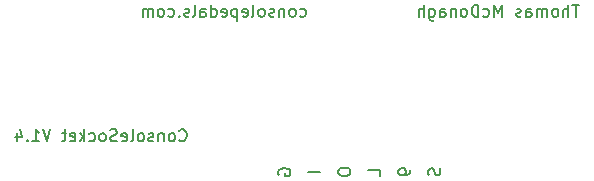
<source format=gbr>
G04 #@! TF.GenerationSoftware,KiCad,Pcbnew,(5.1.7)-1*
G04 #@! TF.CreationDate,2022-04-04T18:36:46-05:00*
G04 #@! TF.ProjectId,ConsoleSocket,436f6e73-6f6c-4655-936f-636b65742e6b,rev?*
G04 #@! TF.SameCoordinates,Original*
G04 #@! TF.FileFunction,Legend,Bot*
G04 #@! TF.FilePolarity,Positive*
%FSLAX46Y46*%
G04 Gerber Fmt 4.6, Leading zero omitted, Abs format (unit mm)*
G04 Created by KiCad (PCBNEW (5.1.7)-1) date 2022-04-04 18:36:46*
%MOMM*%
%LPD*%
G01*
G04 APERTURE LIST*
%ADD10C,0.150000*%
G04 APERTURE END LIST*
D10*
X143984761Y-47339285D02*
X144032380Y-47482142D01*
X144032380Y-47720238D01*
X143984761Y-47815476D01*
X143937142Y-47863095D01*
X143841904Y-47910714D01*
X143746666Y-47910714D01*
X143651428Y-47863095D01*
X143603809Y-47815476D01*
X143556190Y-47720238D01*
X143508571Y-47529761D01*
X143460952Y-47434523D01*
X143413333Y-47386904D01*
X143318095Y-47339285D01*
X143222857Y-47339285D01*
X143127619Y-47386904D01*
X143080000Y-47434523D01*
X143032380Y-47529761D01*
X143032380Y-47767857D01*
X143080000Y-47910714D01*
X138952380Y-47934523D02*
X138952380Y-47458333D01*
X137952380Y-47458333D01*
X141492380Y-47434523D02*
X141492380Y-47625000D01*
X141444761Y-47720238D01*
X141397142Y-47767857D01*
X141254285Y-47863095D01*
X141063809Y-47910714D01*
X140682857Y-47910714D01*
X140587619Y-47863095D01*
X140540000Y-47815476D01*
X140492380Y-47720238D01*
X140492380Y-47529761D01*
X140540000Y-47434523D01*
X140587619Y-47386904D01*
X140682857Y-47339285D01*
X140920952Y-47339285D01*
X141016190Y-47386904D01*
X141063809Y-47434523D01*
X141111428Y-47529761D01*
X141111428Y-47720238D01*
X141063809Y-47815476D01*
X141016190Y-47863095D01*
X140920952Y-47910714D01*
X135412380Y-47529761D02*
X135412380Y-47720238D01*
X135460000Y-47815476D01*
X135555238Y-47910714D01*
X135745714Y-47958333D01*
X136079047Y-47958333D01*
X136269523Y-47910714D01*
X136364761Y-47815476D01*
X136412380Y-47720238D01*
X136412380Y-47529761D01*
X136364761Y-47434523D01*
X136269523Y-47339285D01*
X136079047Y-47291666D01*
X135745714Y-47291666D01*
X135555238Y-47339285D01*
X135460000Y-47434523D01*
X135412380Y-47529761D01*
X133872380Y-47625000D02*
X132872380Y-47625000D01*
X130380000Y-47886904D02*
X130332380Y-47791666D01*
X130332380Y-47648809D01*
X130380000Y-47505952D01*
X130475238Y-47410714D01*
X130570476Y-47363095D01*
X130760952Y-47315476D01*
X130903809Y-47315476D01*
X131094285Y-47363095D01*
X131189523Y-47410714D01*
X131284761Y-47505952D01*
X131332380Y-47648809D01*
X131332380Y-47744047D01*
X131284761Y-47886904D01*
X131237142Y-47934523D01*
X130903809Y-47934523D01*
X130903809Y-47744047D01*
X155777619Y-33488380D02*
X155206190Y-33488380D01*
X155491904Y-34488380D02*
X155491904Y-33488380D01*
X154872857Y-34488380D02*
X154872857Y-33488380D01*
X154444285Y-34488380D02*
X154444285Y-33964571D01*
X154491904Y-33869333D01*
X154587142Y-33821714D01*
X154730000Y-33821714D01*
X154825238Y-33869333D01*
X154872857Y-33916952D01*
X153825238Y-34488380D02*
X153920476Y-34440761D01*
X153968095Y-34393142D01*
X154015714Y-34297904D01*
X154015714Y-34012190D01*
X153968095Y-33916952D01*
X153920476Y-33869333D01*
X153825238Y-33821714D01*
X153682380Y-33821714D01*
X153587142Y-33869333D01*
X153539523Y-33916952D01*
X153491904Y-34012190D01*
X153491904Y-34297904D01*
X153539523Y-34393142D01*
X153587142Y-34440761D01*
X153682380Y-34488380D01*
X153825238Y-34488380D01*
X153063333Y-34488380D02*
X153063333Y-33821714D01*
X153063333Y-33916952D02*
X153015714Y-33869333D01*
X152920476Y-33821714D01*
X152777619Y-33821714D01*
X152682380Y-33869333D01*
X152634761Y-33964571D01*
X152634761Y-34488380D01*
X152634761Y-33964571D02*
X152587142Y-33869333D01*
X152491904Y-33821714D01*
X152349047Y-33821714D01*
X152253809Y-33869333D01*
X152206190Y-33964571D01*
X152206190Y-34488380D01*
X151301428Y-34488380D02*
X151301428Y-33964571D01*
X151349047Y-33869333D01*
X151444285Y-33821714D01*
X151634761Y-33821714D01*
X151730000Y-33869333D01*
X151301428Y-34440761D02*
X151396666Y-34488380D01*
X151634761Y-34488380D01*
X151730000Y-34440761D01*
X151777619Y-34345523D01*
X151777619Y-34250285D01*
X151730000Y-34155047D01*
X151634761Y-34107428D01*
X151396666Y-34107428D01*
X151301428Y-34059809D01*
X150872857Y-34440761D02*
X150777619Y-34488380D01*
X150587142Y-34488380D01*
X150491904Y-34440761D01*
X150444285Y-34345523D01*
X150444285Y-34297904D01*
X150491904Y-34202666D01*
X150587142Y-34155047D01*
X150730000Y-34155047D01*
X150825238Y-34107428D01*
X150872857Y-34012190D01*
X150872857Y-33964571D01*
X150825238Y-33869333D01*
X150730000Y-33821714D01*
X150587142Y-33821714D01*
X150491904Y-33869333D01*
X149253809Y-34488380D02*
X149253809Y-33488380D01*
X148920476Y-34202666D01*
X148587142Y-33488380D01*
X148587142Y-34488380D01*
X147682380Y-34440761D02*
X147777619Y-34488380D01*
X147968095Y-34488380D01*
X148063333Y-34440761D01*
X148110952Y-34393142D01*
X148158571Y-34297904D01*
X148158571Y-34012190D01*
X148110952Y-33916952D01*
X148063333Y-33869333D01*
X147968095Y-33821714D01*
X147777619Y-33821714D01*
X147682380Y-33869333D01*
X147253809Y-34488380D02*
X147253809Y-33488380D01*
X147015714Y-33488380D01*
X146872857Y-33536000D01*
X146777619Y-33631238D01*
X146730000Y-33726476D01*
X146682380Y-33916952D01*
X146682380Y-34059809D01*
X146730000Y-34250285D01*
X146777619Y-34345523D01*
X146872857Y-34440761D01*
X147015714Y-34488380D01*
X147253809Y-34488380D01*
X146110952Y-34488380D02*
X146206190Y-34440761D01*
X146253809Y-34393142D01*
X146301428Y-34297904D01*
X146301428Y-34012190D01*
X146253809Y-33916952D01*
X146206190Y-33869333D01*
X146110952Y-33821714D01*
X145968095Y-33821714D01*
X145872857Y-33869333D01*
X145825238Y-33916952D01*
X145777619Y-34012190D01*
X145777619Y-34297904D01*
X145825238Y-34393142D01*
X145872857Y-34440761D01*
X145968095Y-34488380D01*
X146110952Y-34488380D01*
X145349047Y-33821714D02*
X145349047Y-34488380D01*
X145349047Y-33916952D02*
X145301428Y-33869333D01*
X145206190Y-33821714D01*
X145063333Y-33821714D01*
X144968095Y-33869333D01*
X144920476Y-33964571D01*
X144920476Y-34488380D01*
X144015714Y-34488380D02*
X144015714Y-33964571D01*
X144063333Y-33869333D01*
X144158571Y-33821714D01*
X144349047Y-33821714D01*
X144444285Y-33869333D01*
X144015714Y-34440761D02*
X144110952Y-34488380D01*
X144349047Y-34488380D01*
X144444285Y-34440761D01*
X144491904Y-34345523D01*
X144491904Y-34250285D01*
X144444285Y-34155047D01*
X144349047Y-34107428D01*
X144110952Y-34107428D01*
X144015714Y-34059809D01*
X143110952Y-33821714D02*
X143110952Y-34631238D01*
X143158571Y-34726476D01*
X143206190Y-34774095D01*
X143301428Y-34821714D01*
X143444285Y-34821714D01*
X143539523Y-34774095D01*
X143110952Y-34440761D02*
X143206190Y-34488380D01*
X143396666Y-34488380D01*
X143491904Y-34440761D01*
X143539523Y-34393142D01*
X143587142Y-34297904D01*
X143587142Y-34012190D01*
X143539523Y-33916952D01*
X143491904Y-33869333D01*
X143396666Y-33821714D01*
X143206190Y-33821714D01*
X143110952Y-33869333D01*
X142634761Y-34488380D02*
X142634761Y-33488380D01*
X142206190Y-34488380D02*
X142206190Y-33964571D01*
X142253809Y-33869333D01*
X142349047Y-33821714D01*
X142491904Y-33821714D01*
X142587142Y-33869333D01*
X142634761Y-33916952D01*
X132158571Y-34440761D02*
X132253809Y-34488380D01*
X132444285Y-34488380D01*
X132539523Y-34440761D01*
X132587142Y-34393142D01*
X132634761Y-34297904D01*
X132634761Y-34012190D01*
X132587142Y-33916952D01*
X132539523Y-33869333D01*
X132444285Y-33821714D01*
X132253809Y-33821714D01*
X132158571Y-33869333D01*
X131587142Y-34488380D02*
X131682380Y-34440761D01*
X131730000Y-34393142D01*
X131777619Y-34297904D01*
X131777619Y-34012190D01*
X131730000Y-33916952D01*
X131682380Y-33869333D01*
X131587142Y-33821714D01*
X131444285Y-33821714D01*
X131349047Y-33869333D01*
X131301428Y-33916952D01*
X131253809Y-34012190D01*
X131253809Y-34297904D01*
X131301428Y-34393142D01*
X131349047Y-34440761D01*
X131444285Y-34488380D01*
X131587142Y-34488380D01*
X130825238Y-33821714D02*
X130825238Y-34488380D01*
X130825238Y-33916952D02*
X130777619Y-33869333D01*
X130682380Y-33821714D01*
X130539523Y-33821714D01*
X130444285Y-33869333D01*
X130396666Y-33964571D01*
X130396666Y-34488380D01*
X129968095Y-34440761D02*
X129872857Y-34488380D01*
X129682380Y-34488380D01*
X129587142Y-34440761D01*
X129539523Y-34345523D01*
X129539523Y-34297904D01*
X129587142Y-34202666D01*
X129682380Y-34155047D01*
X129825238Y-34155047D01*
X129920476Y-34107428D01*
X129968095Y-34012190D01*
X129968095Y-33964571D01*
X129920476Y-33869333D01*
X129825238Y-33821714D01*
X129682380Y-33821714D01*
X129587142Y-33869333D01*
X128968095Y-34488380D02*
X129063333Y-34440761D01*
X129110952Y-34393142D01*
X129158571Y-34297904D01*
X129158571Y-34012190D01*
X129110952Y-33916952D01*
X129063333Y-33869333D01*
X128968095Y-33821714D01*
X128825238Y-33821714D01*
X128730000Y-33869333D01*
X128682380Y-33916952D01*
X128634761Y-34012190D01*
X128634761Y-34297904D01*
X128682380Y-34393142D01*
X128730000Y-34440761D01*
X128825238Y-34488380D01*
X128968095Y-34488380D01*
X128063333Y-34488380D02*
X128158571Y-34440761D01*
X128206190Y-34345523D01*
X128206190Y-33488380D01*
X127301428Y-34440761D02*
X127396666Y-34488380D01*
X127587142Y-34488380D01*
X127682380Y-34440761D01*
X127730000Y-34345523D01*
X127730000Y-33964571D01*
X127682380Y-33869333D01*
X127587142Y-33821714D01*
X127396666Y-33821714D01*
X127301428Y-33869333D01*
X127253809Y-33964571D01*
X127253809Y-34059809D01*
X127730000Y-34155047D01*
X126825238Y-33821714D02*
X126825238Y-34821714D01*
X126825238Y-33869333D02*
X126730000Y-33821714D01*
X126539523Y-33821714D01*
X126444285Y-33869333D01*
X126396666Y-33916952D01*
X126349047Y-34012190D01*
X126349047Y-34297904D01*
X126396666Y-34393142D01*
X126444285Y-34440761D01*
X126539523Y-34488380D01*
X126730000Y-34488380D01*
X126825238Y-34440761D01*
X125539523Y-34440761D02*
X125634761Y-34488380D01*
X125825238Y-34488380D01*
X125920476Y-34440761D01*
X125968095Y-34345523D01*
X125968095Y-33964571D01*
X125920476Y-33869333D01*
X125825238Y-33821714D01*
X125634761Y-33821714D01*
X125539523Y-33869333D01*
X125491904Y-33964571D01*
X125491904Y-34059809D01*
X125968095Y-34155047D01*
X124634761Y-34488380D02*
X124634761Y-33488380D01*
X124634761Y-34440761D02*
X124730000Y-34488380D01*
X124920476Y-34488380D01*
X125015714Y-34440761D01*
X125063333Y-34393142D01*
X125110952Y-34297904D01*
X125110952Y-34012190D01*
X125063333Y-33916952D01*
X125015714Y-33869333D01*
X124920476Y-33821714D01*
X124730000Y-33821714D01*
X124634761Y-33869333D01*
X123730000Y-34488380D02*
X123730000Y-33964571D01*
X123777619Y-33869333D01*
X123872857Y-33821714D01*
X124063333Y-33821714D01*
X124158571Y-33869333D01*
X123730000Y-34440761D02*
X123825238Y-34488380D01*
X124063333Y-34488380D01*
X124158571Y-34440761D01*
X124206190Y-34345523D01*
X124206190Y-34250285D01*
X124158571Y-34155047D01*
X124063333Y-34107428D01*
X123825238Y-34107428D01*
X123730000Y-34059809D01*
X123110952Y-34488380D02*
X123206190Y-34440761D01*
X123253809Y-34345523D01*
X123253809Y-33488380D01*
X122777619Y-34440761D02*
X122682380Y-34488380D01*
X122491904Y-34488380D01*
X122396666Y-34440761D01*
X122349047Y-34345523D01*
X122349047Y-34297904D01*
X122396666Y-34202666D01*
X122491904Y-34155047D01*
X122634761Y-34155047D01*
X122730000Y-34107428D01*
X122777619Y-34012190D01*
X122777619Y-33964571D01*
X122730000Y-33869333D01*
X122634761Y-33821714D01*
X122491904Y-33821714D01*
X122396666Y-33869333D01*
X121920476Y-34393142D02*
X121872857Y-34440761D01*
X121920476Y-34488380D01*
X121968095Y-34440761D01*
X121920476Y-34393142D01*
X121920476Y-34488380D01*
X121015714Y-34440761D02*
X121110952Y-34488380D01*
X121301428Y-34488380D01*
X121396666Y-34440761D01*
X121444285Y-34393142D01*
X121491904Y-34297904D01*
X121491904Y-34012190D01*
X121444285Y-33916952D01*
X121396666Y-33869333D01*
X121301428Y-33821714D01*
X121110952Y-33821714D01*
X121015714Y-33869333D01*
X120444285Y-34488380D02*
X120539523Y-34440761D01*
X120587142Y-34393142D01*
X120634761Y-34297904D01*
X120634761Y-34012190D01*
X120587142Y-33916952D01*
X120539523Y-33869333D01*
X120444285Y-33821714D01*
X120301428Y-33821714D01*
X120206190Y-33869333D01*
X120158571Y-33916952D01*
X120110952Y-34012190D01*
X120110952Y-34297904D01*
X120158571Y-34393142D01*
X120206190Y-34440761D01*
X120301428Y-34488380D01*
X120444285Y-34488380D01*
X119682380Y-34488380D02*
X119682380Y-33821714D01*
X119682380Y-33916952D02*
X119634761Y-33869333D01*
X119539523Y-33821714D01*
X119396666Y-33821714D01*
X119301428Y-33869333D01*
X119253809Y-33964571D01*
X119253809Y-34488380D01*
X119253809Y-33964571D02*
X119206190Y-33869333D01*
X119110952Y-33821714D01*
X118968095Y-33821714D01*
X118872857Y-33869333D01*
X118825238Y-33964571D01*
X118825238Y-34488380D01*
X121935047Y-44934142D02*
X121982666Y-44981761D01*
X122125523Y-45029380D01*
X122220761Y-45029380D01*
X122363619Y-44981761D01*
X122458857Y-44886523D01*
X122506476Y-44791285D01*
X122554095Y-44600809D01*
X122554095Y-44457952D01*
X122506476Y-44267476D01*
X122458857Y-44172238D01*
X122363619Y-44077000D01*
X122220761Y-44029380D01*
X122125523Y-44029380D01*
X121982666Y-44077000D01*
X121935047Y-44124619D01*
X121363619Y-45029380D02*
X121458857Y-44981761D01*
X121506476Y-44934142D01*
X121554095Y-44838904D01*
X121554095Y-44553190D01*
X121506476Y-44457952D01*
X121458857Y-44410333D01*
X121363619Y-44362714D01*
X121220761Y-44362714D01*
X121125523Y-44410333D01*
X121077904Y-44457952D01*
X121030285Y-44553190D01*
X121030285Y-44838904D01*
X121077904Y-44934142D01*
X121125523Y-44981761D01*
X121220761Y-45029380D01*
X121363619Y-45029380D01*
X120601714Y-44362714D02*
X120601714Y-45029380D01*
X120601714Y-44457952D02*
X120554095Y-44410333D01*
X120458857Y-44362714D01*
X120316000Y-44362714D01*
X120220761Y-44410333D01*
X120173142Y-44505571D01*
X120173142Y-45029380D01*
X119744571Y-44981761D02*
X119649333Y-45029380D01*
X119458857Y-45029380D01*
X119363619Y-44981761D01*
X119316000Y-44886523D01*
X119316000Y-44838904D01*
X119363619Y-44743666D01*
X119458857Y-44696047D01*
X119601714Y-44696047D01*
X119696952Y-44648428D01*
X119744571Y-44553190D01*
X119744571Y-44505571D01*
X119696952Y-44410333D01*
X119601714Y-44362714D01*
X119458857Y-44362714D01*
X119363619Y-44410333D01*
X118744571Y-45029380D02*
X118839809Y-44981761D01*
X118887428Y-44934142D01*
X118935047Y-44838904D01*
X118935047Y-44553190D01*
X118887428Y-44457952D01*
X118839809Y-44410333D01*
X118744571Y-44362714D01*
X118601714Y-44362714D01*
X118506476Y-44410333D01*
X118458857Y-44457952D01*
X118411238Y-44553190D01*
X118411238Y-44838904D01*
X118458857Y-44934142D01*
X118506476Y-44981761D01*
X118601714Y-45029380D01*
X118744571Y-45029380D01*
X117839809Y-45029380D02*
X117935047Y-44981761D01*
X117982666Y-44886523D01*
X117982666Y-44029380D01*
X117077904Y-44981761D02*
X117173142Y-45029380D01*
X117363619Y-45029380D01*
X117458857Y-44981761D01*
X117506476Y-44886523D01*
X117506476Y-44505571D01*
X117458857Y-44410333D01*
X117363619Y-44362714D01*
X117173142Y-44362714D01*
X117077904Y-44410333D01*
X117030285Y-44505571D01*
X117030285Y-44600809D01*
X117506476Y-44696047D01*
X116649333Y-44981761D02*
X116506476Y-45029380D01*
X116268380Y-45029380D01*
X116173142Y-44981761D01*
X116125523Y-44934142D01*
X116077904Y-44838904D01*
X116077904Y-44743666D01*
X116125523Y-44648428D01*
X116173142Y-44600809D01*
X116268380Y-44553190D01*
X116458857Y-44505571D01*
X116554095Y-44457952D01*
X116601714Y-44410333D01*
X116649333Y-44315095D01*
X116649333Y-44219857D01*
X116601714Y-44124619D01*
X116554095Y-44077000D01*
X116458857Y-44029380D01*
X116220761Y-44029380D01*
X116077904Y-44077000D01*
X115506476Y-45029380D02*
X115601714Y-44981761D01*
X115649333Y-44934142D01*
X115696952Y-44838904D01*
X115696952Y-44553190D01*
X115649333Y-44457952D01*
X115601714Y-44410333D01*
X115506476Y-44362714D01*
X115363619Y-44362714D01*
X115268380Y-44410333D01*
X115220761Y-44457952D01*
X115173142Y-44553190D01*
X115173142Y-44838904D01*
X115220761Y-44934142D01*
X115268380Y-44981761D01*
X115363619Y-45029380D01*
X115506476Y-45029380D01*
X114316000Y-44981761D02*
X114411238Y-45029380D01*
X114601714Y-45029380D01*
X114696952Y-44981761D01*
X114744571Y-44934142D01*
X114792190Y-44838904D01*
X114792190Y-44553190D01*
X114744571Y-44457952D01*
X114696952Y-44410333D01*
X114601714Y-44362714D01*
X114411238Y-44362714D01*
X114316000Y-44410333D01*
X113887428Y-45029380D02*
X113887428Y-44029380D01*
X113792190Y-44648428D02*
X113506476Y-45029380D01*
X113506476Y-44362714D02*
X113887428Y-44743666D01*
X112696952Y-44981761D02*
X112792190Y-45029380D01*
X112982666Y-45029380D01*
X113077904Y-44981761D01*
X113125523Y-44886523D01*
X113125523Y-44505571D01*
X113077904Y-44410333D01*
X112982666Y-44362714D01*
X112792190Y-44362714D01*
X112696952Y-44410333D01*
X112649333Y-44505571D01*
X112649333Y-44600809D01*
X113125523Y-44696047D01*
X112363619Y-44362714D02*
X111982666Y-44362714D01*
X112220761Y-44029380D02*
X112220761Y-44886523D01*
X112173142Y-44981761D01*
X112077904Y-45029380D01*
X111982666Y-45029380D01*
X111030285Y-44029380D02*
X110696952Y-45029380D01*
X110363619Y-44029380D01*
X109506476Y-45029380D02*
X110077904Y-45029380D01*
X109792190Y-45029380D02*
X109792190Y-44029380D01*
X109887428Y-44172238D01*
X109982666Y-44267476D01*
X110077904Y-44315095D01*
X109077904Y-44934142D02*
X109030285Y-44981761D01*
X109077904Y-45029380D01*
X109125523Y-44981761D01*
X109077904Y-44934142D01*
X109077904Y-45029380D01*
X108173142Y-44362714D02*
X108173142Y-45029380D01*
X108411238Y-43981761D02*
X108649333Y-44696047D01*
X108030285Y-44696047D01*
M02*

</source>
